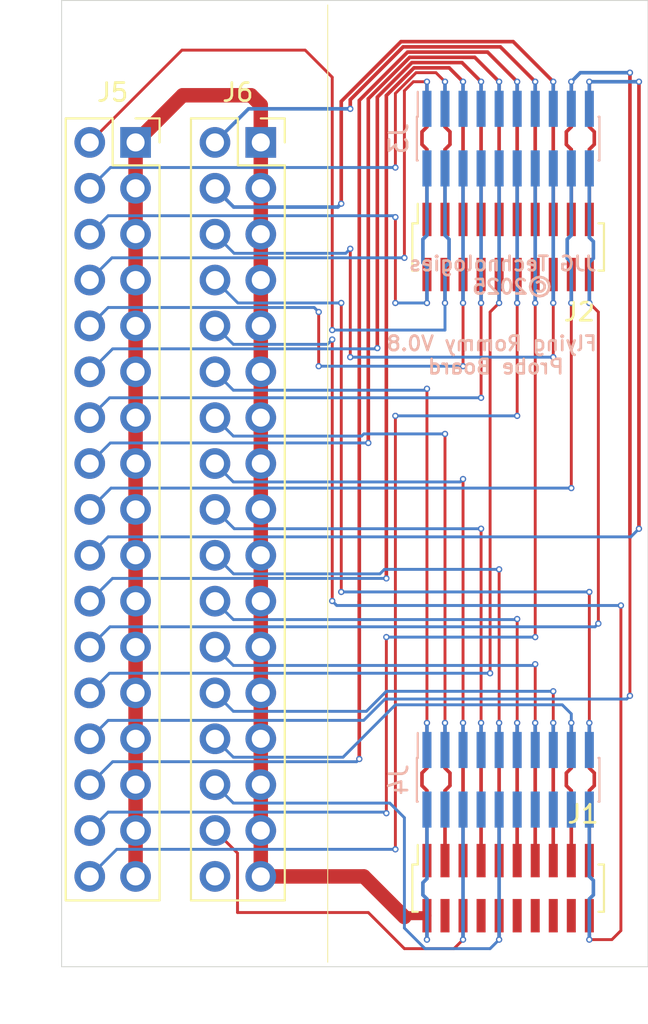
<source format=kicad_pcb>
(kicad_pcb (version 20240108) (generator "pcbnew") (generator_version "8.0")
  (layers (0 "F.Cu" signal) (31 "B.Cu" signal) (34 "B.Paste" user) (35 "F.Paste" user) (36 "B.SilkS" user "B.Silkscreen") (37 "F.SilkS" user "F.Silkscreen") (38 "B.Mask" user) (39 "F.Mask" user) (44 "Edge.Cuts" user))
  (net 0 "")
  (net 7 "/3v3-A10")
  (net 8 "/3v3-A5")
  (net 9 "/3v3-A3")
  (net 10 "/3v3-A14")
  (net 11 "/3v3-A8")
  (net 12 "/3v3-A18")
  (net 13 "/3v3-A12")
  (net 14 "/3v3-A16")
  (net 15 "/3v3-A17")
  (net 16 "/3v3-A0")
  (net 17 "/3v3-A4")
  (net 18 "/3v3-A11")
  (net 19 "/3v3-A15")
  (net 20 "/3v3-A7")
  (net 21 "/3v3-A9")
  (net 22 "/3v3-A6")
  (net 23 "/3v3-A13")
  (net 24 "/3v3-A1")
  (net 25 "/3v3-A2")
  (net 26 "/~{3v3-BusConnect}")
  (net 27 "/~{3v3-OE}")
  (net 28 "/3v3-D7")
  (net 29 "/3v3-D3")
  (net 30 "/3v3-D4")
  (net 31 "/3v3-D0")
  (net 32 "/~{3v3-FL_WE}")
  (net 33 "/3v3-D6")
  (net 34 "/3v3-D2")
  (net 35 "/~{3v3-CE}")
  (net 36 "/3v3-D1")
  (net 37 "/3v3-D5")
  (net 38 "/3v3")
  (net 39 "/5v")
  (net 40 "/GND")
  (footprint "JJGTechnologies_Footprint_Library:PinSocket_2x10_P1.00mm_Vertical_SMD" (layer "F.Cu") (at 152.25 120.4 90)
    (property "Reference" "J1")
    (property "Value" "Conn_01x20_Socket")
  )
  (footprint "Connector_PinSocket_2.54mm:PinSocket_2x17_P2.54mm_Vertical" (layer "F.Cu") (at 138.54 79.11)
    (property "Reference" "J6")
    (property "Value" "Conn_01x34_Pin")
  )
  (footprint "JJGTechnologies_Footprint_Library:PinSocket_2x10_P1.00mm_Vertical_SMD" (layer "F.Cu") (at 152.25 84.9 90)
    (property "Reference" "J2")
    (property "Value" "Conn_01x20_Socket")
  )
  (footprint "Connector_PinSocket_2.54mm:PinSocket_2x17_P2.54mm_Vertical" (layer "F.Cu") (at 131.6 79.11)
    (property "Reference" "J5")
    (property "Value" "Conn_01x34_Pin")
  )
  (footprint "JJGTechnologies_Footprint_Library2:PinHeader_2x10_P1.00mm_Vertical_SMD" (layer "B.Cu") (at 152.25 78.9 -90)
    (property "Reference" "J3")
    (property "Value" "Conn_01x20_Pin")
  )
  (footprint "JJGTechnologies_Footprint_Library2:PinHeader_2x10_P1.00mm_Vertical_SMD" (layer "B.Cu") (at 152.25 114.4 -90)
    (property "Reference" "J4")
    (property "Value" "Conn_01x20_Pin")
  )
  (gr_line (start 142.25 71.5) (end 142.25 124.5) (stroke (width 0.05)) (layer "F.SilkS"))
  (gr_line (start 160 124.75) (end 127.5 124.75) (stroke (width 0.05)) (layer "Edge.Cuts"))
  (gr_line (start 160 71.25) (end 160 124.75) (stroke (width 0.05)) (layer "Edge.Cuts"))
  (gr_line (start 127.5 71.25) (end 160 71.25) (stroke (width 0.05)) (layer "Edge.Cuts"))
  (gr_line (start 127.5 124.75) (end 127.5 71.25) (stroke (width 0.05)) (layer "Edge.Cuts"))
  (gr_text "Flying Rommy V0.8\n   Probe Board" (at 157.25 92 0) (layer "B.SilkS") (effects (font (size 0.8 0.8) (thickness 0.15) (bold yes)) (justify left bottom mirror)))
  (gr_text "JJG Technologies \n    ©2025" (at 157.226 87.5792 0) (layer "B.SilkS") (effects (font (size 0.8 0.8)) (justify left bottom mirror)))
  (segment (start 149.75 83.375) (end 149.75 75.75) (width 0.2) (layer "F.Cu") (net 7))
  (segment (start 149.75 75.75) (end 148.98 74.98) (width 0.2) (layer "F.Cu") (net 7))
  (segment (start 145.5 76.514609) (end 145.5 103.25) (width 0.2) (layer "F.Cu") (net 7))
  (segment (start 148.98 74.98) (end 147.034609 74.98) (width 0.2) (layer "F.Cu") (net 7))
  (segment (start 147.034609 74.98) (end 145.5 76.514609) (width 0.2) (layer "F.Cu") (net 7))
  (via (at 149.75 75.75) (size 0.35) (drill 0.2) (layers "F.Cu" "B.Cu") (net 7))
  (via (at 145.5 103.25) (size 0.35) (drill 0.2) (layers "F.Cu" "B.Cu") (net 7))
  (segment (start 129.06 104.51) (end 130.32 103.25) (width 0.16) (layer "B.Cu") (net 7))
  (segment (start 149.75 75.75) (end 149.75 77.25) (width 0.2) (layer "B.Cu") (net 7))
  (segment (start 130.32 103.25) (end 145.5 103.25) (width 0.16) (layer "B.Cu") (net 7))
  (segment (start 149.69 74.69) (end 146.914487 74.69) (width 0.2) (layer "F.Cu") (net 8))
  (segment (start 150.75 75.75) (end 149.69 74.69) (width 0.2) (layer "F.Cu") (net 8))
  (segment (start 145 76.604487) (end 145 90.25) (width 0.2) (layer "F.Cu") (net 8))
  (segment (start 146.914487 74.69) (end 145 76.604487) (width 0.2) (layer "F.Cu") (net 8))
  (segment (start 145 90.25) (end 145 90.5) (width 0.2) (layer "F.Cu") (net 8))
  (segment (start 150.75 83.375) (end 150.75 75.75) (width 0.2) (layer "F.Cu") (net 8))
  (via (at 150.75 75.75) (size 0.35) (drill 0.2) (layers "F.Cu" "B.Cu") (net 8))
  (via (at 145 90.5) (size 0.35) (drill 0.2) (layers "F.Cu" "B.Cu") (net 8))
  (segment (start 129.06 91.81) (end 130.33 90.54) (width 0.16) (layer "B.Cu") (net 8))
  (segment (start 144.96 90.54) (end 145 90.5) (width 0.16) (layer "B.Cu") (net 8))
  (segment (start 150.75 75.75) (end 150.75 77.25) (width 0.2) (layer "B.Cu") (net 8))
  (segment (start 130.33 90.54) (end 144.96 90.54) (width 0.16) (layer "B.Cu") (net 8))
  (segment (start 147 75.75) (end 147.75 75.75) (width 0.16) (layer "F.Cu") (net 9))
  (segment (start 147.75 78.25) (end 147.75 75.75) (width 0.2) (layer "F.Cu") (net 9))
  (segment (start 146.5 85.5) (end 146.5 76.25) (width 0.16) (layer "F.Cu") (net 9))
  (segment (start 146.5 76.25) (end 147 75.75) (width 0.16) (layer "F.Cu") (net 9))
  (segment (start 147.475 78.525) (end 147.75 78.25) (width 0.2) (layer "F.Cu") (net 9))
  (segment (start 147.75 79.5) (end 147.475 79.225) (width 0.2) (layer "F.Cu") (net 9))
  (segment (start 147.475 79.225) (end 147.475 78.525) (width 0.2) (layer "F.Cu") (net 9))
  (segment (start 147.75 83.375) (end 147.75 79.5) (width 0.2) (layer "F.Cu") (net 9))
  (via (at 146.5 85.5) (size 0.35) (drill 0.2) (layers "F.Cu" "B.Cu") (net 9))
  (via (at 147.75 75.75) (size 0.35) (drill 0.2) (layers "F.Cu" "B.Cu") (net 9))
  (segment (start 147.75 75.75) (end 147.75 77.25) (width 0.2) (layer "B.Cu") (net 9))
  (segment (start 130.29 85.5) (end 146.5 85.5) (width 0.16) (layer "B.Cu") (net 9))
  (segment (start 129.06 86.73) (end 130.29 85.5) (width 0.16) (layer "B.Cu") (net 9))
  (segment (start 144 76.784243) (end 144 104.75) (width 0.2) (layer "F.Cu") (net 10))
  (segment (start 151.11 74.11) (end 146.674243 74.11) (width 0.2) (layer "F.Cu") (net 10))
  (segment (start 152.75 75.75) (end 151.11 74.11) (width 0.2) (layer "F.Cu") (net 10))
  (segment (start 152.75 83.375) (end 152.75 75.75) (width 0.2) (layer "F.Cu") (net 10))
  (segment (start 146.674243 74.11) (end 144 76.784243) (width 0.2) (layer "F.Cu") (net 10))
  (segment (start 144 104.5) (end 144 113.25) (width 0.2) (layer "F.Cu") (net 10))
  (segment (start 144 104.75) (end 144 104.5) (width 0.2) (layer "F.Cu") (net 10))
  (via (at 144 113.25) (size 0.35) (drill 0.2) (layers "F.Cu" "B.Cu") (net 10))
  (via (at 152.75 75.75) (size 0.35) (drill 0.2) (layers "F.Cu" "B.Cu") (net 10))
  (segment (start 129.06 114.67) (end 130.33 113.4) (width 0.16) (layer "B.Cu") (net 10))
  (segment (start 130.33 113.4) (end 143.85 113.4) (width 0.16) (layer "B.Cu") (net 10))
  (segment (start 152.75 75.75) (end 152.75 77.25) (width 0.2) (layer "B.Cu") (net 10))
  (segment (start 143.85 113.4) (end 144 113.25) (width 0.16) (layer "B.Cu") (net 10))
  (segment (start 155.75 98.25) (end 155.75 88) (width 0.16) (layer "F.Cu") (net 11))
  (segment (start 155.75 88) (end 155.75 86.425) (width 0.2) (layer "F.Cu") (net 11))
  (via (at 155.75 98.25) (size 0.35) (drill 0.2) (layers "F.Cu" "B.Cu") (net 11))
  (via (at 155.75 88) (size 0.35) (drill 0.2) (layers "F.Cu" "B.Cu") (net 11))
  (segment (start 155.75 84.25) (end 155.525 84.475) (width 0.2) (layer "B.Cu") (net 11))
  (segment (start 155.525 84.475) (end 155.525 85.525) (width 0.2) (layer "B.Cu") (net 11))
  (segment (start 155.75 85.75) (end 155.75 88) (width 0.2) (layer "B.Cu") (net 11))
  (segment (start 155.525 85.525) (end 155.75 85.75) (width 0.2) (layer "B.Cu") (net 11))
  (segment (start 155.75 80.55) (end 155.75 84.25) (width 0.2) (layer "B.Cu") (net 11))
  (segment (start 130.24 98.25) (end 155.75 98.25) (width 0.16) (layer "B.Cu") (net 11))
  (segment (start 129.06 99.43) (end 130.24 98.25) (width 0.16) (layer "B.Cu") (net 11))
  (segment (start 154.75 83.375) (end 154.75 75.75) (width 0.2) (layer "F.Cu") (net 12))
  (segment (start 146.309878 73.53) (end 143 76.839878) (width 0.2) (layer "F.Cu") (net 12))
  (segment (start 152.53 73.53) (end 146.309878 73.53) (width 0.2) (layer "F.Cu") (net 12))
  (segment (start 143 76.839878) (end 143 82.5) (width 0.2) (layer "F.Cu") (net 12))
  (segment (start 154.75 75.75) (end 152.53 73.53) (width 0.2) (layer "F.Cu") (net 12))
  (via (at 154.75 75.75) (size 0.35) (drill 0.2) (layers "F.Cu" "B.Cu") (net 12))
  (via (at 143 82.5) (size 0.35) (drill 0.2) (layers "F.Cu" "B.Cu") (net 12))
  (segment (start 143 82.5) (end 142.81 82.69) (width 0.2) (layer "B.Cu") (net 12))
  (segment (start 142.81 82.69) (end 137.04 82.69) (width 0.2) (layer "B.Cu") (net 12))
  (segment (start 137.04 82.69) (end 136 81.65) (width 0.2) (layer "B.Cu") (net 12))
  (segment (start 154.75 75.75) (end 154.75 77.25) (width 0.2) (layer "B.Cu") (net 12))
  (segment (start 151.25 108.5) (end 151.25 88.5) (width 0.16) (layer "F.Cu") (net 13))
  (segment (start 151.75 86.425) (end 151.75 88) (width 0.2) (layer "F.Cu") (net 13))
  (segment (start 151.25 88.5) (end 151.75 88) (width 0.16) (layer "F.Cu") (net 13))
  (via (at 151.25 108.5) (size 0.35) (drill 0.2) (layers "F.Cu" "B.Cu") (net 13))
  (via (at 151.75 88) (size 0.35) (drill 0.2) (layers "F.Cu" "B.Cu") (net 13))
  (segment (start 129.06 109.59) (end 130.15 108.5) (width 0.16) (layer "B.Cu") (net 13))
  (segment (start 151.75 80.55) (end 151.75 88) (width 0.2) (layer "B.Cu") (net 13))
  (segment (start 130.15 108.5) (end 151.25 108.5) (width 0.16) (layer "B.Cu") (net 13))
  (segment (start 152.75 88) (end 152.75 86.425) (width 0.2) (layer "F.Cu") (net 14))
  (segment (start 152.75 94.25) (end 152.75 88) (width 0.16) (layer "F.Cu") (net 14))
  (segment (start 146 118.25) (end 146 94.25) (width 0.16) (layer "F.Cu") (net 14))
  (via (at 146 94.25) (size 0.35) (drill 0.2) (layers "F.Cu" "B.Cu") (net 14))
  (via (at 152.75 94.25) (size 0.35) (drill 0.2) (layers "F.Cu" "B.Cu") (net 14))
  (via (at 152.75 88) (size 0.35) (drill 0.2) (layers "F.Cu" "B.Cu") (net 14))
  (via (at 146 118.25) (size 0.35) (drill 0.2) (layers "F.Cu" "B.Cu") (net 14))
  (segment (start 129.06 119.75) (end 130.56 118.25) (width 0.16) (layer "B.Cu") (net 14))
  (segment (start 152.75 80.55) (end 152.75 88) (width 0.2) (layer "B.Cu") (net 14))
  (segment (start 146 94.25) (end 152.75 94.25) (width 0.16) (layer "B.Cu") (net 14))
  (segment (start 130.56 118.25) (end 146 118.25) (width 0.16) (layer "B.Cu") (net 14))
  (segment (start 153.75 75.75) (end 151.82 73.82) (width 0.2) (layer "F.Cu") (net 15))
  (segment (start 143.5 76.75) (end 143.5 77.25) (width 0.2) (layer "F.Cu") (net 15))
  (segment (start 151.82 73.82) (end 146.43 73.82) (width 0.2) (layer "F.Cu") (net 15))
  (segment (start 146.43 73.82) (end 143.5 76.75) (width 0.2) (layer "F.Cu") (net 15))
  (segment (start 153.75 83.375) (end 153.75 75.75) (width 0.2) (layer "F.Cu") (net 15))
  (via (at 153.75 75.75) (size 0.35) (drill 0.2) (layers "F.Cu" "B.Cu") (net 15))
  (via (at 143.5 77.25) (size 0.35) (drill 0.2) (layers "F.Cu" "B.Cu") (net 15))
  (segment (start 143.5 77.25) (end 137.86 77.25) (width 0.2) (layer "B.Cu") (net 15))
  (segment (start 137.86 77.25) (end 136 79.11) (width 0.2) (layer "B.Cu") (net 15))
  (segment (start 153.75 75.75) (end 153.75 77.25) (width 0.2) (layer "B.Cu") (net 15))
  (segment (start 134.17 74) (end 141 74) (width 0.16) (layer "F.Cu") (net 16))
  (segment (start 142.5 83.25) (end 142.5 89.5) (width 0.16) (layer "F.Cu") (net 16))
  (segment (start 142.5 75.5) (end 142.5 83.25) (width 0.16) (layer "F.Cu") (net 16))
  (segment (start 148.75 88) (end 148.75 86.425) (width 0.2) (layer "F.Cu") (net 16))
  (segment (start 141 74) (end 142.5 75.5) (width 0.16) (layer "F.Cu") (net 16))
  (segment (start 129.06 79.11) (end 134.17 74) (width 0.16) (layer "F.Cu") (net 16))
  (via (at 148.75 88) (size 0.35) (drill 0.2) (layers "F.Cu" "B.Cu") (net 16))
  (via (at 142.5 89.5) (size 0.35) (drill 0.2) (layers "F.Cu" "B.Cu") (net 16))
  (segment (start 148.75 86) (end 148.75 88) (width 0.2) (layer "B.Cu") (net 16))
  (segment (start 148.975 84.475) (end 148.975 85.775) (width 0.2) (layer "B.Cu") (net 16))
  (segment (start 148.75 84.25) (end 148.975 84.475) (width 0.2) (layer "B.Cu") (net 16))
  (segment (start 142.5 89.5) (end 148.75 89.5) (width 0.16) (layer "B.Cu") (net 16))
  (segment (start 148.975 85.775) (end 148.75 86) (width 0.2) (layer "B.Cu") (net 16))
  (segment (start 148.75 89.5) (end 148.75 88) (width 0.16) (layer "B.Cu") (net 16))
  (segment (start 148.75 80.55) (end 148.75 84.25) (width 0.2) (layer "B.Cu") (net 16))
  (segment (start 141.75 88.5) (end 141.75 91.5) (width 0.16) (layer "F.Cu") (net 17))
  (segment (start 149.75 88) (end 149.75 86.425) (width 0.2) (layer "F.Cu") (net 17))
  (segment (start 149.75 91.5) (end 149.75 88) (width 0.16) (layer "F.Cu") (net 17))
  (via (at 141.75 91.5) (size 0.35) (drill 0.2) (layers "F.Cu" "B.Cu") (net 17))
  (via (at 141.75 88.5) (size 0.35) (drill 0.2) (layers "F.Cu" "B.Cu") (net 17))
  (via (at 149.75 88) (size 0.35) (drill 0.2) (layers "F.Cu" "B.Cu") (net 17))
  (via (at 149.75 91.5) (size 0.35) (drill 0.2) (layers "F.Cu" "B.Cu") (net 17))
  (segment (start 141.75 91.5) (end 149.75 91.5) (width 0.16) (layer "B.Cu") (net 17))
  (segment (start 149.75 80.55) (end 149.75 88) (width 0.2) (layer "B.Cu") (net 17))
  (segment (start 129.06 89.27) (end 130.08 88.25) (width 0.16) (layer "B.Cu") (net 17))
  (segment (start 130.08 88.25) (end 141.5 88.25) (width 0.16) (layer "B.Cu") (net 17))
  (segment (start 141.5 88.25) (end 141.75 88.5) (width 0.16) (layer "B.Cu") (net 17))
  (segment (start 156.75 88) (end 156.75 86.425) (width 0.2) (layer "F.Cu") (net 18))
  (segment (start 157.25 88.5) (end 156.75 88) (width 0.16) (layer "F.Cu") (net 18))
  (segment (start 157.25 105.75) (end 157.25 88.5) (width 0.16) (layer "F.Cu") (net 18))
  (via (at 157.25 105.75) (size 0.35) (drill 0.2) (layers "F.Cu" "B.Cu") (net 18))
  (via (at 156.75 88) (size 0.35) (drill 0.2) (layers "F.Cu" "B.Cu") (net 18))
  (segment (start 129.06 107.05) (end 130.18 105.93) (width 0.16) (layer "B.Cu") (net 18))
  (segment (start 130.18 105.93) (end 157.07 105.93) (width 0.16) (layer "B.Cu") (net 18))
  (segment (start 156.975 84.599695) (end 156.975 85.525) (width 0.2) (layer "B.Cu") (net 18))
  (segment (start 157.07 105.93) (end 157.25 105.75) (width 0.16) (layer "B.Cu") (net 18))
  (segment (start 156.75 85.75) (end 156.75 88) (width 0.2) (layer "B.Cu") (net 18))
  (segment (start 156.975 85.525) (end 156.75 85.75) (width 0.2) (layer "B.Cu") (net 18))
  (segment (start 156.75 80.55) (end 156.75 84.25) (width 0.2) (layer "B.Cu") (net 18))
  (segment (start 156.75 84.374695) (end 156.975 84.599695) (width 0.2) (layer "B.Cu") (net 18))
  (segment (start 156.75 84.25) (end 156.75 84.374695) (width 0.2) (layer "B.Cu") (net 18))
  (segment (start 153.75 88) (end 153.75 86.425) (width 0.2) (layer "F.Cu") (net 19))
  (segment (start 153.75 106.5) (end 153.75 88) (width 0.16) (layer "F.Cu") (net 19))
  (segment (start 145.5 116.25) (end 145.5 106.5) (width 0.16) (layer "F.Cu") (net 19))
  (via (at 145.5 116.25) (size 0.35) (drill 0.2) (layers "F.Cu" "B.Cu") (net 19))
  (via (at 145.5 106.5) (size 0.35) (drill 0.2) (layers "F.Cu" "B.Cu") (net 19))
  (via (at 153.75 106.5) (size 0.35) (drill 0.2) (layers "F.Cu" "B.Cu") (net 19))
  (via (at 153.75 88) (size 0.35) (drill 0.2) (layers "F.Cu" "B.Cu") (net 19))
  (segment (start 145.5 106.5) (end 153.75 106.5) (width 0.16) (layer "B.Cu") (net 19))
  (segment (start 129.06 117.21) (end 130.08 116.19) (width 0.16) (layer "B.Cu") (net 19))
  (segment (start 145.44 116.19) (end 145.5 116.25) (width 0.16) (layer "B.Cu") (net 19))
  (segment (start 130.08 116.19) (end 145.44 116.19) (width 0.16) (layer "B.Cu") (net 19))
  (segment (start 153.75 80.55) (end 153.75 88) (width 0.2) (layer "B.Cu") (net 19))
  (segment (start 151.75 83.375) (end 151.75 75.75) (width 0.2) (layer "F.Cu") (net 20))
  (segment (start 150.4 74.4) (end 146.794365 74.4) (width 0.2) (layer "F.Cu") (net 20))
  (segment (start 144.5 76.694365) (end 144.5 95.75) (width 0.2) (layer "F.Cu") (net 20))
  (segment (start 146.794365 74.4) (end 144.5 76.694365) (width 0.2) (layer "F.Cu") (net 20))
  (segment (start 151.75 75.75) (end 150.4 74.4) (width 0.2) (layer "F.Cu") (net 20))
  (via (at 144.5 95.75) (size 0.35) (drill 0.2) (layers "F.Cu" "B.Cu") (net 20))
  (via (at 151.75 75.75) (size 0.35) (drill 0.2) (layers "F.Cu" "B.Cu") (net 20))
  (segment (start 129.06 96.89) (end 130.2 95.75) (width 0.16) (layer "B.Cu") (net 20))
  (segment (start 130.2 95.75) (end 144.5 95.75) (width 0.16) (layer "B.Cu") (net 20))
  (segment (start 151.75 75.75) (end 151.75 77.25) (width 0.2) (layer "B.Cu") (net 20))
  (segment (start 157.025 79.221016) (end 157.025 78.525) (width 0.2) (layer "F.Cu") (net 21))
  (segment (start 156.75 79.496016) (end 157.025 79.221016) (width 0.2) (layer "F.Cu") (net 21))
  (segment (start 156.75 79.5) (end 156.75 79.496016) (width 0.2) (layer "F.Cu") (net 21))
  (segment (start 157.025 78.525) (end 156.75 78.25) (width 0.2) (layer "F.Cu") (net 21))
  (segment (start 159.5 75.75) (end 159.5 100.5) (width 0.2) (layer "F.Cu") (net 21))
  (segment (start 156.75 78.25) (end 156.75 75.75) (width 0.2) (layer "F.Cu") (net 21))
  (segment (start 156.75 83.375) (end 156.75 79.5) (width 0.2) (layer "F.Cu") (net 21))
  (via (at 159.5 100.5) (size 0.35) (drill 0.2) (layers "F.Cu" "B.Cu") (net 21))
  (via (at 159.5 75.75) (size 0.35) (drill 0.2) (layers "F.Cu" "B.Cu") (net 21))
  (via (at 156.75 75.75) (size 0.35) (drill 0.2) (layers "F.Cu" "B.Cu") (net 21))
  (segment (start 159.05 100.95) (end 159.5 100.5) (width 0.16) (layer "B.Cu") (net 21))
  (segment (start 156.75 75.75) (end 159.5 75.75) (width 0.2) (layer "B.Cu") (net 21))
  (segment (start 130.08 100.95) (end 159.05 100.95) (width 0.16) (layer "B.Cu") (net 21))
  (segment (start 156.75 75.75) (end 156.75 77.25) (width 0.2) (layer "B.Cu") (net 21))
  (segment (start 129.06 101.97) (end 130.08 100.95) (width 0.16) (layer "B.Cu") (net 21))
  (segment (start 150.75 93.25) (end 150.75 88) (width 0.16) (layer "F.Cu") (net 22))
  (segment (start 150.75 88) (end 150.75 86.425) (width 0.2) (layer "F.Cu") (net 22))
  (via (at 150.75 93.25) (size 0.35) (drill 0.2) (layers "F.Cu" "B.Cu") (net 22))
  (via (at 150.75 88) (size 0.35) (drill 0.2) (layers "F.Cu" "B.Cu") (net 22))
  (segment (start 130.16 93.25) (end 150.75 93.25) (width 0.16) (layer "B.Cu") (net 22))
  (segment (start 150.75 80.55) (end 150.75 88) (width 0.2) (layer "B.Cu") (net 22))
  (segment (start 129.06 94.35) (end 130.16 93.25) (width 0.16) (layer "B.Cu") (net 22))
  (segment (start 155.75 83.375) (end 155.75 79.5) (width 0.2) (layer "F.Cu") (net 23))
  (segment (start 155.475 79.225) (end 155.475 78.525) (width 0.2) (layer "F.Cu") (net 23))
  (segment (start 159 75.25) (end 159 101) (width 0.2) (layer "F.Cu") (net 23))
  (segment (start 155.75 78.25) (end 155.75 75.75) (width 0.2) (layer "F.Cu") (net 23))
  (segment (start 159 109.75) (end 159 101) (width 0.16) (layer "F.Cu") (net 23))
  (segment (start 155.475 78.525) (end 155.75 78.25) (width 0.2) (layer "F.Cu") (net 23))
  (segment (start 155.75 79.5) (end 155.475 79.225) (width 0.2) (layer "F.Cu") (net 23))
  (via (at 159 109.75) (size 0.35) (drill 0.2) (layers "F.Cu" "B.Cu") (net 23))
  (via (at 155.75 75.75) (size 0.35) (drill 0.2) (layers "F.Cu" "B.Cu") (net 23))
  (via (at 159 75.25) (size 0.35) (drill 0.2) (layers "F.Cu" "B.Cu") (net 23))
  (segment (start 145.423554 109.93) (end 158.82 109.93) (width 0.16) (layer "B.Cu") (net 23))
  (segment (start 158.82 109.93) (end 159 109.75) (width 0.16) (layer "B.Cu") (net 23))
  (segment (start 129.06 112.13) (end 129.06 111.44) (width 0.16) (layer "B.Cu") (net 23))
  (segment (start 130.08 111.11) (end 144.243554 111.11) (width 0.16) (layer "B.Cu") (net 23))
  (segment (start 156.25 75.25) (end 159 75.25) (width 0.2) (layer "B.Cu") (net 23))
  (segment (start 129.06 112.13) (end 130.08 111.11) (width 0.16) (layer "B.Cu") (net 23))
  (segment (start 155.75 75.75) (end 155.75 77.25) (width 0.2) (layer "B.Cu") (net 23))
  (segment (start 155.75 75.75) (end 156.25 75.25) (width 0.2) (layer "B.Cu") (net 23))
  (segment (start 144.243554 111.11) (end 145.423554 109.93) (width 0.16) (layer "B.Cu") (net 23))
  (segment (start 146 76.396447) (end 147.146447 75.25) (width 0.16) (layer "F.Cu") (net 24))
  (segment (start 148.75 83.375) (end 148.75 79.5) (width 0.2) (layer "F.Cu") (net 24))
  (segment (start 148.75 79.5) (end 149.025 79.225) (width 0.2) (layer "F.Cu") (net 24))
  (segment (start 148.75 78.25) (end 148.75 75.75) (width 0.2) (layer "F.Cu") (net 24))
  (segment (start 149.025 79.225) (end 149.025 78.525) (width 0.2) (layer "F.Cu") (net 24))
  (segment (start 148.25 75.25) (end 148.75 75.75) (width 0.16) (layer "F.Cu") (net 24))
  (segment (start 149.025 78.525) (end 148.75 78.25) (width 0.2) (layer "F.Cu") (net 24))
  (segment (start 146 80.5) (end 146 76.396447) (width 0.16) (layer "F.Cu") (net 24))
  (segment (start 147.146447 75.25) (end 148.25 75.25) (width 0.16) (layer "F.Cu") (net 24))
  (via (at 148.75 75.75) (size 0.35) (drill 0.2) (layers "F.Cu" "B.Cu") (net 24))
  (via (at 146 80.5) (size 0.35) (drill 0.2) (layers "F.Cu" "B.Cu") (net 24))
  (segment (start 148.75 75.75) (end 148.75 77.25) (width 0.2) (layer "B.Cu") (net 24))
  (segment (start 130.21 80.5) (end 146 80.5) (width 0.16) (layer "B.Cu") (net 24))
  (segment (start 129.06 81.65) (end 130.21 80.5) (width 0.16) (layer "B.Cu") (net 24))
  (segment (start 146 83.25) (end 146 88) (width 0.16) (layer "F.Cu") (net 25))
  (segment (start 147.75 88) (end 147.75 86.425) (width 0.2) (layer "F.Cu") (net 25))
  (via (at 146 83.25) (size 0.35) (drill 0.2) (layers "F.Cu" "B.Cu") (net 25))
  (via (at 146 88) (size 0.35) (drill 0.2) (layers "F.Cu" "B.Cu") (net 25))
  (via (at 147.75 88) (size 0.35) (drill 0.2) (layers "F.Cu" "B.Cu") (net 25))
  (segment (start 147.75 86) (end 147.75 88) (width 0.2) (layer "B.Cu") (net 25))
  (segment (start 130.08 83.17) (end 145.92 83.17) (width 0.16) (layer "B.Cu") (net 25))
  (segment (start 129.06 84.19) (end 130.08 83.17) (width 0.16) (layer "B.Cu") (net 25))
  (segment (start 146 88) (end 147.75 88) (width 0.16) (layer "B.Cu") (net 25))
  (segment (start 147.75 84) (end 147.75 84.25) (width 0.2) (layer "B.Cu") (net 25))
  (segment (start 147.525 85.775) (end 147.75 86) (width 0.2) (layer "B.Cu") (net 25))
  (segment (start 147.525 84.475) (end 147.525 85.775) (width 0.2) (layer "B.Cu") (net 25))
  (segment (start 147.75 84.25) (end 147.525 84.475) (width 0.2) (layer "B.Cu") (net 25))
  (segment (start 145.92 83.17) (end 146 83.25) (width 0.16) (layer "B.Cu") (net 25))
  (segment (start 147.75 80.55) (end 147.75 84) (width 0.2) (layer "B.Cu") (net 25))
  (segment (start 147.75 115) (end 147.475 114.725) (width 0.2) (layer "F.Cu") (net 26))
  (segment (start 147.75 113.75) (end 147.75 111.25) (width 0.2) (layer "F.Cu") (net 26))
  (segment (start 147.75 92.75) (end 147.75 111.25) (width 0.16) (layer "F.Cu") (net 26))
  (segment (start 147.75 118.875) (end 147.75 115) (width 0.2) (layer "F.Cu") (net 26))
  (segment (start 147.475 114.025) (end 147.75 113.75) (width 0.2) (layer "F.Cu") (net 26))
  (segment (start 147.475 114.725) (end 147.475 114.025) (width 0.2) (layer "F.Cu") (net 26))
  (via (at 147.75 111.25) (size 0.35) (drill 0.2) (layers "F.Cu" "B.Cu") (net 26))
  (via (at 147.75 92.75) (size 0.35) (drill 0.2) (layers "F.Cu" "B.Cu") (net 26))
  (segment (start 147.67 92.83) (end 147.75 92.75) (width 0.16) (layer "B.Cu") (net 26))
  (segment (start 136 91.81) (end 137.02 92.83) (width 0.16) (layer "B.Cu") (net 26))
  (segment (start 137.02 92.83) (end 147.67 92.83) (width 0.16) (layer "B.Cu") (net 26))
  (segment (start 147.75 111.25) (end 147.75 112.75) (width 0.2) (layer "B.Cu") (net 26))
  (segment (start 156.75 118.875) (end 156.75 115) (width 0.2) (layer "F.Cu") (net 27))
  (segment (start 156.75 104) (end 156.75 111.25) (width 0.16) (layer "F.Cu") (net 27))
  (segment (start 157.025 114.025) (end 156.75 113.75) (width 0.2) (layer "F.Cu") (net 27))
  (segment (start 156.75 113.75) (end 156.75 111.25) (width 0.2) (layer "F.Cu") (net 27))
  (segment (start 157.025 114.725) (end 157.025 114.025) (width 0.2) (layer "F.Cu") (net 27))
  (segment (start 143 88) (end 143 104) (width 0.16) (layer "F.Cu") (net 27))
  (segment (start 156.75 115) (end 157.025 114.725) (width 0.2) (layer "F.Cu") (net 27))
  (via (at 156.75 111.25) (size 0.35) (drill 0.2) (layers "F.Cu" "B.Cu") (net 27))
  (via (at 143 104) (size 0.35) (drill 0.2) (layers "F.Cu" "B.Cu") (net 27))
  (via (at 143 88) (size 0.35) (drill 0.2) (layers "F.Cu" "B.Cu") (net 27))
  (via (at 156.75 104) (size 0.35) (drill 0.2) (layers "F.Cu" "B.Cu") (net 27))
  (segment (start 143 104) (end 156.75 104) (width 0.16) (layer "B.Cu") (net 27))
  (segment (start 156.75 111.25) (end 156.75 112.75) (width 0.2) (layer "B.Cu") (net 27))
  (segment (start 137.27 88) (end 143 88) (width 0.16) (layer "B.Cu") (net 27))
  (segment (start 136 86.73) (end 137.27 88) (width 0.16) (layer "B.Cu") (net 27))
  (segment (start 155.75 115) (end 155.475 114.725) (width 0.2) (layer "F.Cu") (net 28))
  (segment (start 155.475 114.025) (end 155.75 113.75) (width 0.2) (layer "F.Cu") (net 28))
  (segment (start 155.75 118.875) (end 155.75 115) (width 0.2) (layer "F.Cu") (net 28))
  (segment (start 155.75 113.75) (end 155.75 111.25) (width 0.2) (layer "F.Cu") (net 28))
  (segment (start 155.475 114.725) (end 155.475 114.025) (width 0.2) (layer "F.Cu") (net 28))
  (via (at 155.75 111.25) (size 0.35) (drill 0.2) (layers "F.Cu" "B.Cu") (net 28))
  (segment (start 137.02 113.15) (end 143.1 113.15) (width 0.16) (layer "B.Cu") (net 28))
  (segment (start 146 110.25) (end 155.25 110.25) (width 0.16) (layer "B.Cu") (net 28))
  (segment (start 155.25 110.25) (end 155.75 110.75) (width 0.16) (layer "B.Cu") (net 28))
  (segment (start 155.75 111.25) (end 155.75 112.75) (width 0.2) (layer "B.Cu") (net 28))
  (segment (start 143.1 113.15) (end 146 110.25) (width 0.16) (layer "B.Cu") (net 28))
  (segment (start 155.75 110.75) (end 155.75 111.25) (width 0.16) (layer "B.Cu") (net 28))
  (segment (start 136 112.13) (end 137.02 113.15) (width 0.16) (layer "B.Cu") (net 28))
  (segment (start 151.75 102.75) (end 151.75 111.25) (width 0.16) (layer "F.Cu") (net 29))
  (segment (start 151.75 118.875) (end 151.75 111.25) (width 0.2) (layer "F.Cu") (net 29))
  (via (at 151.75 102.75) (size 0.35) (drill 0.2) (layers "F.Cu" "B.Cu") (net 29))
  (via (at 151.75 111.25) (size 0.35) (drill 0.2) (layers "F.Cu" "B.Cu") (net 29))
  (segment (start 136 101.97) (end 137.03 103) (width 0.16) (layer "B.Cu") (net 29))
  (segment (start 137.03 103) (end 145.141888 103) (width 0.16) (layer "B.Cu") (net 29))
  (segment (start 151.75 111.25) (end 151.75 112.75) (width 0.2) (layer "B.Cu") (net 29))
  (segment (start 145.141888 103) (end 145.391888 102.75) (width 0.16) (layer "B.Cu") (net 29))
  (segment (start 145.391888 102.75) (end 151.75 102.75) (width 0.16) (layer "B.Cu") (net 29))
  (segment (start 152.75 105.5) (end 152.75 111.25) (width 0.16) (layer "F.Cu") (net 30))
  (segment (start 152.75 118.875) (end 152.75 111.25) (width 0.2) (layer "F.Cu") (net 30))
  (via (at 152.75 105.5) (size 0.35) (drill 0.2) (layers "F.Cu" "B.Cu") (net 30))
  (via (at 152.75 111.25) (size 0.35) (drill 0.2) (layers "F.Cu" "B.Cu") (net 30))
  (segment (start 136 104.51) (end 137.02 105.53) (width 0.16) (layer "B.Cu") (net 30))
  (segment (start 152.75 111.25) (end 152.75 112.75) (width 0.2) (layer "B.Cu") (net 30))
  (segment (start 137.02 105.53) (end 152.72 105.53) (width 0.16) (layer "B.Cu") (net 30))
  (segment (start 152.72 105.53) (end 152.75 105.5) (width 0.16) (layer "B.Cu") (net 30))
  (segment (start 148.75 95.25) (end 148.75 111.25) (width 0.16) (layer "F.Cu") (net 31))
  (segment (start 148.75 118.875) (end 148.75 115) (width 0.2) (layer "F.Cu") (net 31))
  (segment (start 149.025 114.025) (end 148.75 113.75) (width 0.2) (layer "F.Cu") (net 31))
  (segment (start 149.025 114.725) (end 149.025 114.025) (width 0.2) (layer "F.Cu") (net 31))
  (segment (start 148.75 113.75) (end 148.75 111.25) (width 0.2) (layer "F.Cu") (net 31))
  (segment (start 148.75 115) (end 149.025 114.725) (width 0.2) (layer "F.Cu") (net 31))
  (via (at 148.75 95.25) (size 0.35) (drill 0.2) (layers "F.Cu" "B.Cu") (net 31))
  (via (at 148.75 111.25) (size 0.35) (drill 0.2) (layers "F.Cu" "B.Cu") (net 31))
  (segment (start 148.75 111.25) (end 148.75 112.75) (width 0.2) (layer "B.Cu") (net 31))
  (segment (start 144.25 95.25) (end 148.75 95.25) (width 0.16) (layer "B.Cu") (net 31))
  (segment (start 144.13 95.37) (end 144.25 95.25) (width 0.16) (layer "B.Cu") (net 31))
  (segment (start 136 94.35) (end 137.02 95.37) (width 0.16) (layer "B.Cu") (net 31))
  (segment (start 137.02 95.37) (end 144.13 95.37) (width 0.16) (layer "B.Cu") (net 31))
  (segment (start 143.5 85) (end 143.5 91) (width 0.16) (layer "F.Cu") (net 32))
  (segment (start 154.75 91) (end 154.75 88) (width 0.16) (layer "F.Cu") (net 32))
  (segment (start 154.75 88) (end 154.75 86.425) (width 0.2) (layer "F.Cu") (net 32))
  (via (at 154.75 91) (size 0.35) (drill 0.2) (layers "F.Cu" "B.Cu") (net 32))
  (via (at 143.5 85) (size 0.35) (drill 0.2) (layers "F.Cu" "B.Cu") (net 32))
  (via (at 143.5 91) (size 0.35) (drill 0.2) (layers "F.Cu" "B.Cu") (net 32))
  (via (at 154.75 88) (size 0.35) (drill 0.2) (layers "F.Cu" "B.Cu") (net 32))
  (segment (start 154.75 80.55) (end 154.75 88) (width 0.2) (layer "B.Cu") (net 32))
  (segment (start 137.06 85.25) (end 143.25 85.25) (width 0.16) (layer "B.Cu") (net 32))
  (segment (start 136 84.19) (end 137.06 85.25) (width 0.16) (layer "B.Cu") (net 32))
  (segment (start 143.5 91) (end 154.75 91) (width 0.16) (layer "B.Cu") (net 32))
  (segment (start 143.25 85.25) (end 143.5 85) (width 0.16) (layer "B.Cu") (net 32))
  (segment (start 154.75 109.5) (end 154.75 111.25) (width 0.16) (layer "F.Cu") (net 33))
  (segment (start 154.75 118.875) (end 154.75 111.25) (width 0.2) (layer "F.Cu") (net 33))
  (via (at 154.75 109.5) (size 0.35) (drill 0.2) (layers "F.Cu" "B.Cu") (net 33))
  (via (at 154.75 111.25) (size 0.35) (drill 0.2) (layers "F.Cu" "B.Cu") (net 33))
  (segment (start 137.02 110.61) (end 144.39 110.61) (width 0.16) (layer "B.Cu") (net 33))
  (segment (start 145.5 109.5) (end 154.75 109.5) (width 0.16) (layer "B.Cu") (net 33))
  (segment (start 136 109.59) (end 137.02 110.61) (width 0.16) (layer "B.Cu") (net 33))
  (segment (start 154.75 111.25) (end 154.75 112.75) (width 0.2) (layer "B.Cu") (net 33))
  (segment (start 144.39 110.61) (end 145.5 109.5) (width 0.16) (layer "B.Cu") (net 33))
  (segment (start 150.75 100.5) (end 150.75 111.25) (width 0.16) (layer "F.Cu") (net 34))
  (segment (start 150.75 118.875) (end 150.75 111.25) (width 0.2) (layer "F.Cu") (net 34))
  (via (at 150.75 111.25) (size 0.35) (drill 0.2) (layers "F.Cu" "B.Cu") (net 34))
  (via (at 150.75 100.5) (size 0.35) (drill 0.2) (layers "F.Cu" "B.Cu") (net 34))
  (segment (start 150.75 112.75) (end 150.75 111.25) (width 0.2) (layer "B.Cu") (net 34))
  (segment (start 137.07 100.5) (end 150.75 100.5) (width 0.16) (layer "B.Cu") (net 34))
  (segment (start 136 99.43) (end 137.07 100.5) (width 0.16) (layer "B.Cu") (net 34))
  (segment (start 158.5 122.75) (end 158 123.25) (width 0.16) (layer "F.Cu") (net 35))
  (segment (start 156.75 123.25) (end 156.75 121.925) (width 0.2) (layer "F.Cu") (net 35))
  (segment (start 158 123.25) (end 156.75 123.25) (width 0.16) (layer "F.Cu") (net 35))
  (segment (start 158.5 104.75) (end 158.5 122.75) (width 0.16) (layer "F.Cu") (net 35))
  (segment (start 142.5 90.025003) (end 142.5 104.5) (width 0.16) (layer "F.Cu") (net 35))
  (via (at 156.75 123.25) (size 0.35) (drill 0.2) (layers "F.Cu" "B.Cu") (net 35))
  (via (at 142.5 104.5) (size 0.35) (drill 0.2) (layers "F.Cu" "B.Cu") (net 35))
  (via (at 142.5 90.025003) (size 0.35) (drill 0.2) (layers "F.Cu" "B.Cu") (net 35))
  (via (at 158.5 104.75) (size 0.35) (drill 0.2) (layers "F.Cu" "B.Cu") (net 35))
  (segment (start 156.75 119.75) (end 156.975 119.975) (width 0.2) (layer "B.Cu") (net 35))
  (segment (start 156.75 121) (end 156.75 123.25) (width 0.2) (layer "B.Cu") (net 35))
  (segment (start 136 89.27) (end 137.02 90.29) (width 0.16) (layer "B.Cu") (net 35))
  (segment (start 142.75 104.75) (end 158.5 104.75) (width 0.16) (layer "B.Cu") (net 35))
  (segment (start 156.975 119.975) (end 156.975 120.775) (width 0.2) (layer "B.Cu") (net 35))
  (segment (start 142.235003 90.29) (end 142.5 90.025003) (width 0.16) (layer "B.Cu") (net 35))
  (segment (start 137.02 90.29) (end 142.235003 90.29) (width 0.16) (layer "B.Cu") (net 35))
  (segment (start 142.5 104.5) (end 142.75 104.75) (width 0.16) (layer "B.Cu") (net 35))
  (segment (start 156.975 120.775) (end 156.75 121) (width 0.2) (layer "B.Cu") (net 35))
  (segment (start 156.75 116.05) (end 156.75 119.75) (width 0.2) (layer "B.Cu") (net 35))
  (segment (start 149.75 118.875) (end 149.75 111.25) (width 0.2) (layer "F.Cu") (net 36))
  (segment (start 149.75 97.75) (end 149.75 111.25) (width 0.16) (layer "F.Cu") (net 36))
  (via (at 149.75 111.25) (size 0.35) (drill 0.2) (layers "F.Cu" "B.Cu") (net 36))
  (via (at 149.75 97.75) (size 0.35) (drill 0.2) (layers "F.Cu" "B.Cu") (net 36))
  (segment (start 149.75 111.25) (end 149.75 112.75) (width 0.2) (layer "B.Cu") (net 36))
  (segment (start 149.59 97.91) (end 149.75 97.75) (width 0.16) (layer "B.Cu") (net 36))
  (segment (start 136 96.89) (end 137.02 97.91) (width 0.16) (layer "B.Cu") (net 36))
  (segment (start 137.02 97.91) (end 149.59 97.91) (width 0.16) (layer "B.Cu") (net 36))
  (segment (start 153.75 118.875) (end 153.75 111.25) (width 0.2) (layer "F.Cu") (net 37))
  (segment (start 153.75 108) (end 153.75 111.25) (width 0.16) (layer "F.Cu") (net 37))
  (via (at 153.75 111.25) (size 0.35) (drill 0.2) (layers "F.Cu" "B.Cu") (net 37))
  (via (at 153.75 108) (size 0.35) (drill 0.2) (layers "F.Cu" "B.Cu") (net 37))
  (segment (start 137.02 108.07) (end 153.68 108.07) (width 0.16) (layer "B.Cu") (net 37))
  (segment (start 153.68 108.07) (end 153.75 108) (width 0.16) (layer "B.Cu") (net 37))
  (segment (start 153.75 111.25) (end 153.75 112.75) (width 0.2) (layer "B.Cu") (net 37))
  (segment (start 136 107.05) (end 137.02 108.07) (width 0.16) (layer "B.Cu") (net 37))
  (segment (start 151.75 123.25) (end 151.75 121.925) (width 0.2) (layer "F.Cu") (net 38))
  (via (at 151.75 123.25) (size 0.35) (drill 0.2) (layers "F.Cu" "B.Cu") (net 38))
  (segment (start 146.5 116.5) (end 146.5 122.608112) (width 0.16) (layer "B.Cu") (net 38))
  (segment (start 145.69 115.69) (end 146.5 116.5) (width 0.16) (layer "B.Cu") (net 38))
  (segment (start 151.75 116.05) (end 151.75 123.25) (width 0.2) (layer "B.Cu") (net 38))
  (segment (start 137.02 115.69) (end 145.69 115.69) (width 0.16) (layer "B.Cu") (net 38))
  (segment (start 151.25 123.75) (end 151.75 123.25) (width 0.16) (layer "B.Cu") (net 38))
  (segment (start 147.641888 123.75) (end 151.25 123.75) (width 0.16) (layer "B.Cu") (net 38))
  (segment (start 146.5 122.608112) (end 147.641888 123.75) (width 0.16) (layer "B.Cu") (net 38))
  (segment (start 136 114.67) (end 137.02 115.69) (width 0.16) (layer "B.Cu") (net 38))
  (segment (start 137.25 118.46) (end 137.25 121.75) (width 0.16) (layer "F.Cu") (net 39))
  (segment (start 137.25 121.75) (end 144.5 121.75) (width 0.16) (layer "F.Cu") (net 39))
  (segment (start 149.75 123.25) (end 149.75 121.925) (width 0.2) (layer "F.Cu") (net 39))
  (segment (start 146.5 123.75) (end 149.25 123.75) (width 0.16) (layer "F.Cu") (net 39))
  (segment (start 149.25 123.75) (end 149.75 123.25) (width 0.16) (layer "F.Cu") (net 39))
  (segment (start 136 117.21) (end 137.25 118.46) (width 0.16) (layer "F.Cu") (net 39))
  (segment (start 144.5 121.75) (end 146.5 123.75) (width 0.16) (layer "F.Cu") (net 39))
  (via (at 149.75 123.25) (size 0.35) (drill 0.2) (layers "F.Cu" "B.Cu") (net 39))
  (segment (start 149.75 116.05) (end 149.75 123.25) (width 0.2) (layer "B.Cu") (net 39))
  (segment (start 138.54 112.13) (end 138.54 114.67) (width 0.8) (layer "F.Cu") (net 40))
  (segment (start 138.54 99.43) (end 138.54 101.97) (width 0.8) (layer "F.Cu") (net 40))
  (segment (start 146.575 121.925) (end 146.5 122) (width 0.2) (layer "F.Cu") (net 40))
  (segment (start 138.54 86.73) (end 138.54 89.27) (width 0.8) (layer "F.Cu") (net 40))
  (segment (start 138.54 109.59) (end 138.54 112.13) (width 0.8) (layer "F.Cu") (net 40))
  (segment (start 131.6 79.11) (end 134.21 76.5) (width 0.8) (layer "F.Cu") (net 40))
  (segment (start 138.54 89.27) (end 138.54 91.81) (width 0.8) (layer "F.Cu") (net 40))
  (segment (start 131.6 107.05) (end 131.6 109.59) (width 0.8) (layer "F.Cu") (net 40))
  (segment (start 138.54 77.04) (end 138.54 79.11) (width 0.8) (layer "F.Cu") (net 40))
  (segment (start 138.54 91.81) (end 138.54 94.35) (width 0.8) (layer "F.Cu") (net 40))
  (segment (start 131.6 96.89) (end 131.6 99.43) (width 0.8) (layer "F.Cu") (net 40))
  (segment (start 138.54 81.65) (end 138.54 84.19) (width 0.8) (layer "F.Cu") (net 40))
  (segment (start 138.54 96.89) (end 138.54 99.43) (width 0.8) (layer "F.Cu") (net 40))
  (segment (start 138.54 101.97) (end 138.54 104.51) (width 0.8) (layer "F.Cu") (net 40))
  (segment (start 138.54 94.35) (end 138.54 96.89) (width 0.8) (layer "F.Cu") (net 40))
  (segment (start 131.6 114.67) (end 131.6 117.21) (width 0.8) (layer "F.Cu") (net 40))
  (segment (start 131.6 79.11) (end 131.6 81.65) (width 0.8) (layer "F.Cu") (net 40))
  (segment (start 131.6 101.97) (end 131.6 104.51) (width 0.8) (layer "F.Cu") (net 40))
  (segment (start 131.6 94.35) (end 131.6 96.89) (width 0.8) (layer "F.Cu") (net 40))
  (segment (start 138.54 117.21) (end 138.54 114.67) (width 0.8) (layer "F.Cu") (net 40))
  (segment (start 131.6 91.81) (end 131.6 94.35) (width 0.8) (layer "F.Cu") (net 40))
  (segment (start 138.54 84.19) (end 138.54 86.73) (width 0.8) (layer "F.Cu") (net 40))
  (segment (start 131.6 81.65) (end 131.6 84.19) (width 0.8) (layer "F.Cu") (net 40))
  (segment (start 138.54 119.75) (end 138.54 117.21) (width 0.8) (layer "F.Cu") (net 40))
  (segment (start 134.21 76.5) (end 138 76.5) (width 0.8) (layer "F.Cu") (net 40))
  (segment (start 138 76.5) (end 138.54 77.04) (width 0.8) (layer "F.Cu") (net 40))
  (segment (start 131.6 99.43) (end 131.6 101.97) (width 0.8) (layer "F.Cu") (net 40))
  (segment (start 147.75 123.25) (end 147.75 121.925) (width 0.2) (layer "F.Cu") (net 40))
  (segment (start 131.6 86.73) (end 131.6 89.27) (width 0.8) (layer "F.Cu") (net 40))
  (segment (start 147.75 121.925) (end 146.575 121.925) (width 0.5) (layer "F.Cu") (net 40))
  (segment (start 138.54 79.11) (end 138.54 81.65) (width 0.8) (layer "F.Cu") (net 40))
  (segment (start 131.6 109.59) (end 131.6 112.13) (width 0.8) (layer "F.Cu") (net 40))
  (segment (start 131.6 84.19) (end 131.6 86.73) (width 0.8) (layer "F.Cu") (net 40))
  (segment (start 131.6 104.51) (end 131.6 107.05) (width 0.8) (layer "F.Cu") (net 40))
  (segment (start 138.54 119.75) (end 144.25 119.75) (width 0.8) (layer "F.Cu") (net 40))
  (segment (start 138.54 104.51) (end 138.54 107.05) (width 0.8) (layer "F.Cu") (net 40))
  (segment (start 144.25 119.75) (end 146.5 122) (width 0.8) (layer "F.Cu") (net 40))
  (segment (start 138.54 107.05) (end 138.54 109.59) (width 0.8) (layer "F.Cu") (net 40))
  (segment (start 131.6 89.27) (end 131.6 91.81) (width 0.8) (layer "F.Cu") (net 40))
  (segment (start 131.6 117.21) (end 131.6 119.75) (width 0.8) (layer "F.Cu") (net 40))
  (segment (start 131.6 112.13) (end 131.6 114.67) (width 0.8) (layer "F.Cu") (net 40))
  (via (at 147.75 123.25) (size 0.35) (drill 0.2) (layers "F.Cu" "B.Cu") (net 40))
  (segment (start 147.75 121) (end 147.75 123.25) (width 0.2) (layer "B.Cu") (net 40))
  (segment (start 147.75 119.75) (end 147.75 119.874695) (width 0.2) (layer "B.Cu") (net 40))
  (segment (start 147.75 116.05) (end 147.75 119.75) (width 0.2) (layer "B.Cu") (net 40))
  (segment (start 147.525 120.775) (end 147.75 121) (width 0.2) (layer "B.Cu") (net 40))
  (segment (start 147.525 120.099695) (end 147.525 120.775) (width 0.2) (layer "B.Cu") (net 40))
  (segment (start 147.75 119.874695) (end 147.525 120.099695) (width 0.2) (layer "B.Cu") (net 40))
)
</source>
